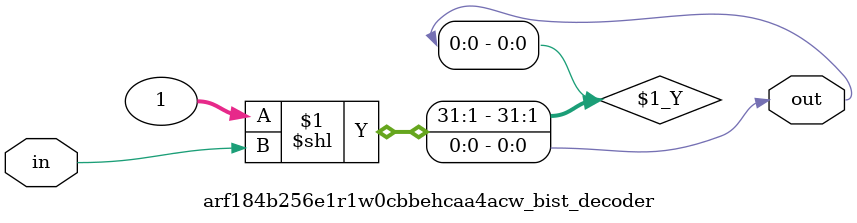
<source format=sv>

`ifndef ARF184B256E1R1W0CBBEHCAA4ACW_BIST_DECODER_SV
`define ARF184B256E1R1W0CBBEHCAA4ACW_BIST_DECODER_SV

module arf184b256e1r1w0cbbehcaa4acw_bist_decoder # (
  parameter IN_WIDTH  = 1,
  parameter OUT_WIDTH = 1
)
(
  input  logic [IN_WIDTH-1:0]  in,
  output logic [OUT_WIDTH-1:0] out
);
  
  assign out = 'b1 << in;

endmodule // arf184b256e1r1w0cbbehcaa4acw_bist_decoder

`endif // ARF184B256E1R1W0CBBEHCAA4ACW_BIST_DECODER_SV
</source>
